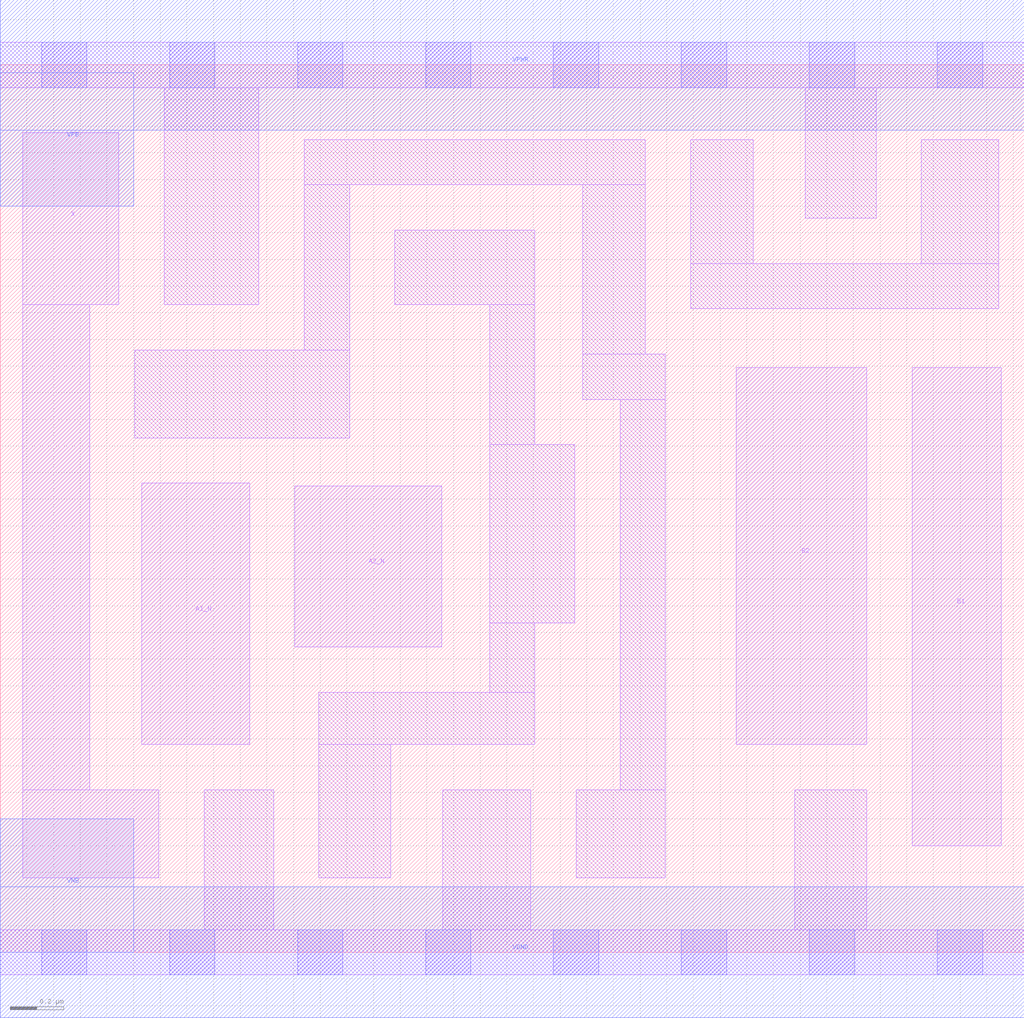
<source format=lef>
# Copyright 2020 The SkyWater PDK Authors
#
# Licensed under the Apache License, Version 2.0 (the "License");
# you may not use this file except in compliance with the License.
# You may obtain a copy of the License at
#
#     https://www.apache.org/licenses/LICENSE-2.0
#
# Unless required by applicable law or agreed to in writing, software
# distributed under the License is distributed on an "AS IS" BASIS,
# WITHOUT WARRANTIES OR CONDITIONS OF ANY KIND, either express or implied.
# See the License for the specific language governing permissions and
# limitations under the License.
#
# SPDX-License-Identifier: Apache-2.0

VERSION 5.5 ;
NAMESCASESENSITIVE ON ;
BUSBITCHARS "[]" ;
DIVIDERCHAR "/" ;
MACRO sky130_fd_sc_lp__a2bb2o_0
  CLASS CORE ;
  SOURCE USER ;
  ORIGIN  0.000000  0.000000 ;
  SIZE  3.840000 BY  3.330000 ;
  SYMMETRY X Y R90 ;
  SITE unit ;
  PIN A1_N
    ANTENNAGATEAREA  0.126000 ;
    DIRECTION INPUT ;
    USE SIGNAL ;
    PORT
      LAYER li1 ;
        RECT 0.530000 0.780000 0.935000 1.760000 ;
    END
  END A1_N
  PIN A2_N
    ANTENNAGATEAREA  0.126000 ;
    DIRECTION INPUT ;
    USE SIGNAL ;
    PORT
      LAYER li1 ;
        RECT 1.105000 1.145000 1.655000 1.750000 ;
    END
  END A2_N
  PIN B1
    ANTENNAGATEAREA  0.126000 ;
    DIRECTION INPUT ;
    USE SIGNAL ;
    PORT
      LAYER li1 ;
        RECT 3.420000 0.400000 3.755000 2.195000 ;
    END
  END B1
  PIN B2
    ANTENNAGATEAREA  0.126000 ;
    DIRECTION INPUT ;
    USE SIGNAL ;
    PORT
      LAYER li1 ;
        RECT 2.760000 0.780000 3.250000 2.195000 ;
    END
  END B2
  PIN X
    ANTENNADIFFAREA  0.293500 ;
    DIRECTION OUTPUT ;
    USE SIGNAL ;
    PORT
      LAYER li1 ;
        RECT 0.085000 0.280000 0.595000 0.610000 ;
        RECT 0.085000 0.610000 0.335000 2.430000 ;
        RECT 0.085000 2.430000 0.445000 3.075000 ;
    END
  END X
  PIN VGND
    DIRECTION INOUT ;
    USE GROUND ;
    PORT
      LAYER met1 ;
        RECT 0.000000 -0.245000 3.840000 0.245000 ;
    END
  END VGND
  PIN VNB
    DIRECTION INOUT ;
    USE GROUND ;
    PORT
    END
  END VNB
  PIN VPB
    DIRECTION INOUT ;
    USE POWER ;
    PORT
    END
  END VPB
  PIN VNB
    DIRECTION INOUT ;
    USE GROUND ;
    PORT
      LAYER met1 ;
        RECT 0.000000 0.000000 0.500000 0.500000 ;
    END
  END VNB
  PIN VPB
    DIRECTION INOUT ;
    USE POWER ;
    PORT
      LAYER met1 ;
        RECT 0.000000 2.800000 0.500000 3.300000 ;
    END
  END VPB
  PIN VPWR
    DIRECTION INOUT ;
    USE POWER ;
    PORT
      LAYER met1 ;
        RECT 0.000000 3.085000 3.840000 3.575000 ;
    END
  END VPWR
  OBS
    LAYER li1 ;
      RECT 0.000000 -0.085000 3.840000 0.085000 ;
      RECT 0.000000  3.245000 3.840000 3.415000 ;
      RECT 0.505000  1.930000 1.310000 2.260000 ;
      RECT 0.615000  2.430000 0.970000 3.245000 ;
      RECT 0.765000  0.085000 1.025000 0.610000 ;
      RECT 1.140000  2.260000 1.310000 2.880000 ;
      RECT 1.140000  2.880000 2.420000 3.050000 ;
      RECT 1.195000  0.280000 1.465000 0.780000 ;
      RECT 1.195000  0.780000 2.005000 0.975000 ;
      RECT 1.480000  2.430000 2.005000 2.710000 ;
      RECT 1.660000  0.085000 1.990000 0.610000 ;
      RECT 1.835000  0.975000 2.005000 1.235000 ;
      RECT 1.835000  1.235000 2.155000 1.905000 ;
      RECT 1.835000  1.905000 2.005000 2.430000 ;
      RECT 2.160000  0.280000 2.495000 0.610000 ;
      RECT 2.185000  2.075000 2.495000 2.245000 ;
      RECT 2.185000  2.245000 2.420000 2.880000 ;
      RECT 2.325000  0.610000 2.495000 2.075000 ;
      RECT 2.590000  2.415000 3.745000 2.585000 ;
      RECT 2.590000  2.585000 2.825000 3.050000 ;
      RECT 2.980000  0.085000 3.250000 0.610000 ;
      RECT 3.020000  2.755000 3.285000 3.245000 ;
      RECT 3.455000  2.585000 3.745000 3.050000 ;
    LAYER mcon ;
      RECT 0.155000 -0.085000 0.325000 0.085000 ;
      RECT 0.155000  3.245000 0.325000 3.415000 ;
      RECT 0.635000 -0.085000 0.805000 0.085000 ;
      RECT 0.635000  3.245000 0.805000 3.415000 ;
      RECT 1.115000 -0.085000 1.285000 0.085000 ;
      RECT 1.115000  3.245000 1.285000 3.415000 ;
      RECT 1.595000 -0.085000 1.765000 0.085000 ;
      RECT 1.595000  3.245000 1.765000 3.415000 ;
      RECT 2.075000 -0.085000 2.245000 0.085000 ;
      RECT 2.075000  3.245000 2.245000 3.415000 ;
      RECT 2.555000 -0.085000 2.725000 0.085000 ;
      RECT 2.555000  3.245000 2.725000 3.415000 ;
      RECT 3.035000 -0.085000 3.205000 0.085000 ;
      RECT 3.035000  3.245000 3.205000 3.415000 ;
      RECT 3.515000 -0.085000 3.685000 0.085000 ;
      RECT 3.515000  3.245000 3.685000 3.415000 ;
  END
END sky130_fd_sc_lp__a2bb2o_0
END LIBRARY

</source>
